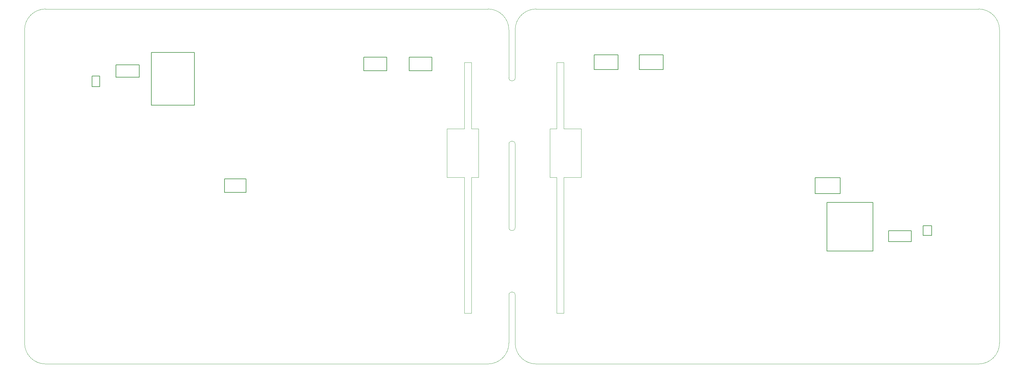
<source format=gm1>
G04 #@! TF.GenerationSoftware,KiCad,Pcbnew,(6.0.9-0)*
G04 #@! TF.CreationDate,2022-12-15T09:10:18+08:00*
G04 #@! TF.ProjectId,3.1HeatingElement,332e3148-6561-4746-996e-67456c656d65,rev?*
G04 #@! TF.SameCoordinates,Original*
G04 #@! TF.FileFunction,Profile,NP*
%FSLAX46Y46*%
G04 Gerber Fmt 4.6, Leading zero omitted, Abs format (unit mm)*
G04 Created by KiCad (PCBNEW (6.0.9-0)) date 2022-12-15 09:10:18*
%MOMM*%
%LPD*%
G01*
G04 APERTURE LIST*
G04 #@! TA.AperFunction,Profile*
%ADD10C,0.050000*%
G04 #@! TD*
G04 #@! TA.AperFunction,Profile*
%ADD11C,0.150000*%
G04 #@! TD*
G04 #@! TA.AperFunction,Profile*
%ADD12C,0.100000*%
G04 #@! TD*
G04 APERTURE END LIST*
D10*
X147200000Y-109800000D02*
G75*
G03*
X149000000Y-109800000I900000J0D01*
G01*
D11*
X27544400Y-69300000D02*
X29744400Y-69300000D01*
X29744400Y-69300000D02*
X29744400Y-66300000D01*
X29744400Y-66300000D02*
X27544400Y-66300000D01*
X27544400Y-66300000D02*
X27544400Y-69300000D01*
D10*
X147200000Y-66800000D02*
G75*
G03*
X149000000Y-66800000I900000J0D01*
G01*
D12*
X141200000Y-149000000D02*
G75*
G03*
X147200000Y-143000000I0J6000000D01*
G01*
D11*
X65544400Y-99700000D02*
X71744400Y-99700000D01*
X71744400Y-99700000D02*
X71744400Y-95800000D01*
X71744400Y-95800000D02*
X65544400Y-95800000D01*
X65544400Y-95800000D02*
X65544400Y-99700000D01*
D10*
X162944400Y-95400000D02*
X162944400Y-134400000D01*
X129444400Y-81400000D02*
X134444400Y-81400000D01*
X134444400Y-134400000D02*
X134444400Y-95400000D01*
D11*
X171650000Y-64400000D02*
X178550000Y-64400000D01*
X178550000Y-64400000D02*
X178550000Y-60200000D01*
X178550000Y-60200000D02*
X171650000Y-60200000D01*
X171650000Y-60200000D02*
X171650000Y-64400000D01*
D10*
X134444400Y-62400000D02*
X136444400Y-62400000D01*
X282000000Y-149000000D02*
X155000000Y-149000000D01*
D12*
X147200000Y-53000000D02*
G75*
G03*
X141200000Y-47000000I-6000000J0D01*
G01*
D10*
X149000000Y-129200000D02*
G75*
G03*
X147200000Y-129200000I-900000J0D01*
G01*
D11*
X105544400Y-64700000D02*
X112144400Y-64700000D01*
X112144400Y-64700000D02*
X112144400Y-60800000D01*
X112144400Y-60800000D02*
X105544400Y-60800000D01*
X105544400Y-60800000D02*
X105544400Y-64700000D01*
D10*
X149000000Y-85850000D02*
X149000000Y-109800000D01*
D11*
X184600000Y-64400000D02*
X191500000Y-64400000D01*
X191500000Y-64400000D02*
X191500000Y-60200000D01*
X191500000Y-60200000D02*
X184600000Y-60200000D01*
X184600000Y-60200000D02*
X184600000Y-64400000D01*
D10*
X129444400Y-95400000D02*
X129444400Y-81400000D01*
X162944400Y-134400000D02*
X160944400Y-134400000D01*
X288000000Y-53000000D02*
X288000000Y-143000000D01*
X147200000Y-129200000D02*
X147200000Y-143000000D01*
D12*
X155000000Y-47000000D02*
G75*
G03*
X149000000Y-53000000I0J-6000000D01*
G01*
D10*
X138444400Y-95400000D02*
X136444400Y-95400000D01*
X158944400Y-81400000D02*
X160944400Y-81400000D01*
X167944400Y-81400000D02*
X167944400Y-95400000D01*
X8200000Y-53000000D02*
X8200000Y-143000000D01*
D12*
X149000000Y-143000000D02*
G75*
G03*
X155000000Y-149000000I6000000J0D01*
G01*
X14200000Y-47000000D02*
G75*
G03*
X8200000Y-53000000I0J-6000000D01*
G01*
D10*
X136444400Y-62400000D02*
X136444400Y-81400000D01*
D11*
X235100000Y-100000000D02*
X242300000Y-100000000D01*
X242300000Y-100000000D02*
X242300000Y-95500000D01*
X242300000Y-95500000D02*
X235100000Y-95500000D01*
X235100000Y-95500000D02*
X235100000Y-100000000D01*
X238477490Y-116510911D02*
X251677490Y-116510911D01*
X251677490Y-116510911D02*
X251677490Y-102610911D01*
X251677490Y-102610911D02*
X238477490Y-102610911D01*
X238477490Y-102610911D02*
X238477490Y-116510911D01*
D10*
X147200000Y-66800000D02*
X147200000Y-53000000D01*
X14200000Y-47000000D02*
X141200000Y-47000000D01*
X158944400Y-95400000D02*
X158944400Y-81400000D01*
X14200000Y-149000000D02*
X141200000Y-149000000D01*
D11*
X256200000Y-113800000D02*
X262700000Y-113800000D01*
X262700000Y-113800000D02*
X262700000Y-110700000D01*
X262700000Y-110700000D02*
X256200000Y-110700000D01*
X256200000Y-110700000D02*
X256200000Y-113800000D01*
D10*
X134444400Y-95400000D02*
X129444400Y-95400000D01*
X136444400Y-81400000D02*
X138444400Y-81400000D01*
D11*
X44544400Y-59500000D02*
X56944400Y-59500000D01*
X56944400Y-59500000D02*
X56944400Y-74600000D01*
X56944400Y-74600000D02*
X44544400Y-74600000D01*
X44544400Y-74600000D02*
X44544400Y-59500000D01*
D12*
X288000000Y-53000000D02*
G75*
G03*
X282000000Y-47000000I-6000000J0D01*
G01*
D11*
X34444400Y-66600000D02*
X41144400Y-66600000D01*
X41144400Y-66600000D02*
X41144400Y-63000000D01*
X41144400Y-63000000D02*
X34444400Y-63000000D01*
X34444400Y-63000000D02*
X34444400Y-66600000D01*
D10*
X162944400Y-62400000D02*
X162944400Y-81400000D01*
X160944400Y-95400000D02*
X158944400Y-95400000D01*
X149000000Y-53000000D02*
X149000000Y-66800000D01*
X167944400Y-95400000D02*
X162944400Y-95400000D01*
X134444400Y-81400000D02*
X134444400Y-62400000D01*
X136444400Y-95400000D02*
X136444400Y-134400000D01*
D12*
X8200000Y-143000000D02*
G75*
G03*
X14200000Y-149000000I6000000J0D01*
G01*
D10*
X160944400Y-81400000D02*
X160944400Y-62400000D01*
D12*
X282000000Y-149000000D02*
G75*
G03*
X288000000Y-143000000I0J6000000D01*
G01*
D10*
X160944400Y-62400000D02*
X162944400Y-62400000D01*
X160944400Y-134400000D02*
X160944400Y-95400000D01*
X149000000Y-129200000D02*
X149000000Y-143000000D01*
D11*
X118544400Y-64700000D02*
X125144400Y-64700000D01*
X125144400Y-64700000D02*
X125144400Y-60800000D01*
X125144400Y-60800000D02*
X118544400Y-60800000D01*
X118544400Y-60800000D02*
X118544400Y-64700000D01*
D10*
X138444400Y-81400000D02*
X138444400Y-95400000D01*
X162944400Y-81400000D02*
X167944400Y-81400000D01*
X149000000Y-85850000D02*
G75*
G03*
X147200000Y-85850000I-900000J0D01*
G01*
D11*
X266100000Y-112100000D02*
X268500000Y-112100000D01*
X268500000Y-112100000D02*
X268500000Y-109300000D01*
X268500000Y-109300000D02*
X266100000Y-109300000D01*
X266100000Y-109300000D02*
X266100000Y-112100000D01*
D10*
X147200000Y-85850000D02*
X147200000Y-109800000D01*
X282000000Y-47000000D02*
X155000000Y-47000000D01*
X136444400Y-134400000D02*
X134444400Y-134400000D01*
M02*

</source>
